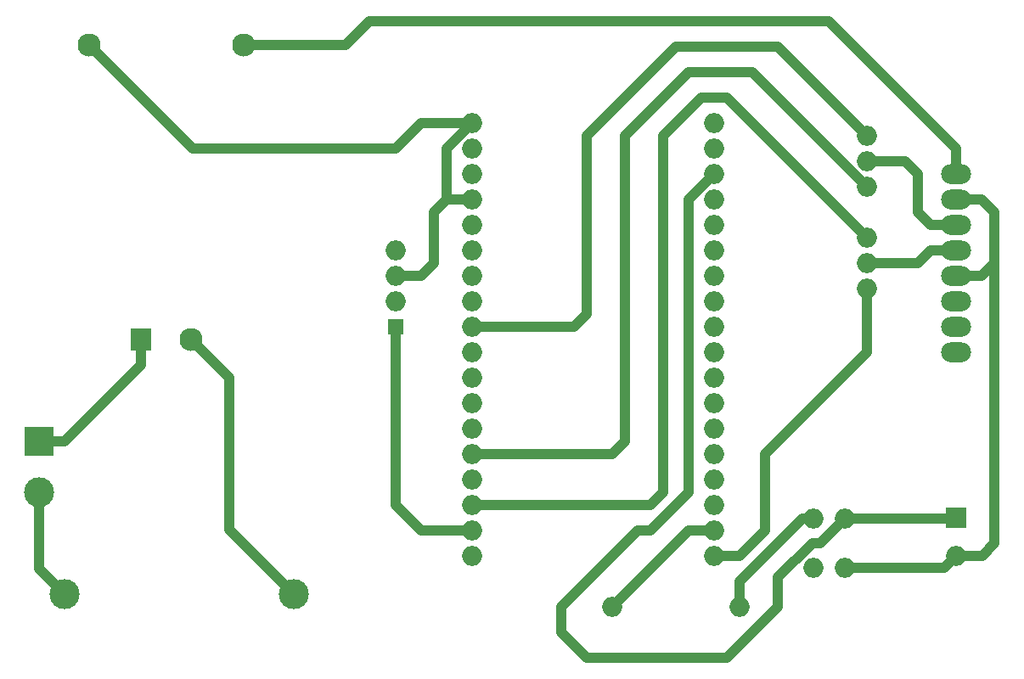
<source format=gbr>
G04 #@! TF.GenerationSoftware,KiCad,Pcbnew,(5.1.6)-1*
G04 #@! TF.CreationDate,2021-03-04T09:10:38+01:00*
G04 #@! TF.ProjectId,LoraV1,4c6f7261-5631-42e6-9b69-6361645f7063,rev?*
G04 #@! TF.SameCoordinates,Original*
G04 #@! TF.FileFunction,Copper,L2,Bot*
G04 #@! TF.FilePolarity,Positive*
%FSLAX46Y46*%
G04 Gerber Fmt 4.6, Leading zero omitted, Abs format (unit mm)*
G04 Created by KiCad (PCBNEW (5.1.6)-1) date 2021-03-04 09:10:38*
%MOMM*%
%LPD*%
G01*
G04 APERTURE LIST*
G04 #@! TA.AperFunction,ComponentPad*
%ADD10O,2.000000X2.000000*%
G04 #@! TD*
G04 #@! TA.AperFunction,ComponentPad*
%ADD11R,1.500000X1.500000*%
G04 #@! TD*
G04 #@! TA.AperFunction,ComponentPad*
%ADD12O,3.000000X2.000000*%
G04 #@! TD*
G04 #@! TA.AperFunction,ComponentPad*
%ADD13R,2.000000X2.000000*%
G04 #@! TD*
G04 #@! TA.AperFunction,ComponentPad*
%ADD14C,3.000000*%
G04 #@! TD*
G04 #@! TA.AperFunction,ComponentPad*
%ADD15C,2.300000*%
G04 #@! TD*
G04 #@! TA.AperFunction,ComponentPad*
%ADD16R,2.000000X2.300000*%
G04 #@! TD*
G04 #@! TA.AperFunction,ComponentPad*
%ADD17R,3.000000X3.000000*%
G04 #@! TD*
G04 #@! TA.AperFunction,Conductor*
%ADD18C,1.000000*%
G04 #@! TD*
G04 APERTURE END LIST*
D10*
G04 #@! TO.P,U3,4*
G04 #@! TO.N,N/C*
X149860000Y-86360000D03*
G04 #@! TO.P,U3,3*
G04 #@! TO.N,Net-(PS1-Pad3)*
X149860000Y-88900000D03*
G04 #@! TO.P,U3,2*
G04 #@! TO.N,Net-(U3-Pad2)*
X149860000Y-91440000D03*
D11*
G04 #@! TO.P,U3,1*
G04 #@! TO.N,Net-(U2-Pad17)*
X149860000Y-93980000D03*
G04 #@! TD*
D12*
G04 #@! TO.P,U4,1*
G04 #@! TO.N,Net-(PS1-Pad4)*
X205740000Y-78740000D03*
G04 #@! TO.P,U4,2*
G04 #@! TO.N,Net-(C1-Pad2)*
X205740000Y-81280000D03*
G04 #@! TO.P,U4,3*
G04 #@! TO.N,Net-(JP1-Pad2)*
X205740000Y-83820000D03*
G04 #@! TO.P,U4,4*
G04 #@! TO.N,Net-(JP2-Pad2)*
X205740000Y-86360000D03*
G04 #@! TO.P,U4,5*
G04 #@! TO.N,Net-(C1-Pad2)*
X205740000Y-88900000D03*
G04 #@! TO.P,U4,6*
G04 #@! TO.N,Net-(U4-Pad6)*
X205740000Y-91440000D03*
G04 #@! TO.P,U4,7*
G04 #@! TO.N,Net-(U4-Pad7)*
X205740000Y-93980000D03*
G04 #@! TO.P,U4,8*
G04 #@! TO.N,Net-(U4-Pad8)*
X205740000Y-96520000D03*
G04 #@! TD*
D10*
G04 #@! TO.P,D1,1*
G04 #@! TO.N,Net-(D1-Pad1)*
X191440000Y-118020000D03*
G04 #@! TO.P,D1,2*
G04 #@! TO.N,Net-(C1-Pad2)*
X194640000Y-118020000D03*
G04 #@! TO.P,D1,4*
G04 #@! TO.N,Net-(D1-Pad4)*
X191440000Y-113120000D03*
G04 #@! TO.P,D1,3*
G04 #@! TO.N,Net-(C1-Pad1)*
X194640000Y-113120000D03*
G04 #@! TD*
G04 #@! TO.P,JP1,3*
G04 #@! TO.N,Net-(JP1-Pad3)*
X196850000Y-80010000D03*
G04 #@! TO.P,JP1,2*
G04 #@! TO.N,Net-(JP1-Pad2)*
X196850000Y-77470000D03*
G04 #@! TO.P,JP1,1*
G04 #@! TO.N,Net-(JP1-Pad1)*
X196850000Y-74930000D03*
G04 #@! TD*
G04 #@! TO.P,JP2,1*
G04 #@! TO.N,Net-(JP2-Pad1)*
X196850000Y-90170000D03*
G04 #@! TO.P,JP2,2*
G04 #@! TO.N,Net-(JP2-Pad2)*
X196850000Y-87630000D03*
G04 #@! TO.P,JP2,3*
G04 #@! TO.N,Net-(JP2-Pad3)*
X196850000Y-85090000D03*
G04 #@! TD*
G04 #@! TO.P,R1,2*
G04 #@! TO.N,Net-(R1-Pad2)*
X171450000Y-121920000D03*
G04 #@! TO.P,R1,1*
G04 #@! TO.N,Net-(D1-Pad4)*
X184150000Y-121920000D03*
G04 #@! TD*
D13*
G04 #@! TO.P,C1,1*
G04 #@! TO.N,Net-(C1-Pad1)*
X205740000Y-113030000D03*
D10*
G04 #@! TO.P,C1,2*
G04 #@! TO.N,Net-(C1-Pad2)*
X205740000Y-116830000D03*
G04 #@! TD*
D14*
G04 #@! TO.P,F1,2*
G04 #@! TO.N,Net-(F1-Pad2)*
X116840000Y-120650000D03*
G04 #@! TO.P,F1,1*
G04 #@! TO.N,Net-(F1-Pad1)*
X139700000Y-120650000D03*
G04 #@! TD*
D15*
G04 #@! TO.P,PS1,3*
G04 #@! TO.N,Net-(PS1-Pad3)*
X119260000Y-65850000D03*
D16*
G04 #@! TO.P,PS1,1*
G04 #@! TO.N,Net-(J1-Pad1)*
X124460000Y-95250000D03*
D15*
G04 #@! TO.P,PS1,2*
G04 #@! TO.N,Net-(F1-Pad1)*
X129460000Y-95250000D03*
G04 #@! TO.P,PS1,4*
G04 #@! TO.N,Net-(PS1-Pad4)*
X134660000Y-65850000D03*
G04 #@! TD*
D10*
G04 #@! TO.P,U2,50*
G04 #@! TO.N,Net-(PS1-Pad3)*
X157480000Y-73660000D03*
G04 #@! TO.P,U2,99*
G04 #@! TO.N,Net-(U2-Pad99)*
X157480000Y-76200000D03*
G04 #@! TO.P,U2,51*
G04 #@! TO.N,Net-(C1-Pad1)*
X157480000Y-78740000D03*
G04 #@! TO.P,U2,50*
G04 #@! TO.N,Net-(PS1-Pad3)*
X157480000Y-81280000D03*
G04 #@! TO.P,U2,3*
G04 #@! TO.N,Net-(U2-Pad3)*
X157480000Y-83820000D03*
G04 #@! TO.P,U2,1*
G04 #@! TO.N,Net-(U2-Pad1)*
X157480000Y-86360000D03*
G04 #@! TO.P,U2,53*
G04 #@! TO.N,Net-(U2-Pad53)*
X157480000Y-88900000D03*
G04 #@! TO.P,U2,0*
G04 #@! TO.N,Net-(U2-Pad0)*
X157480000Y-91440000D03*
G04 #@! TO.P,U2,22*
G04 #@! TO.N,Net-(JP1-Pad1)*
X157480000Y-93980000D03*
G04 #@! TO.P,U2,19*
G04 #@! TO.N,Net-(U2-Pad19)*
X157480000Y-96520000D03*
G04 #@! TO.P,U2,23*
G04 #@! TO.N,Net-(U2-Pad23)*
X157480000Y-99060000D03*
G04 #@! TO.P,U2,18*
G04 #@! TO.N,Net-(U2-Pad18)*
X157480000Y-101600000D03*
G04 #@! TO.P,U2,5*
G04 #@! TO.N,Net-(U2-Pad5)*
X157480000Y-104140000D03*
G04 #@! TO.P,U2,15*
G04 #@! TO.N,Net-(JP1-Pad3)*
X157480000Y-106680000D03*
G04 #@! TO.P,U2,2*
G04 #@! TO.N,Net-(U2-Pad2)*
X157480000Y-109220000D03*
G04 #@! TO.P,U2,4*
G04 #@! TO.N,Net-(JP2-Pad3)*
X157480000Y-111760000D03*
G04 #@! TO.P,U2,17*
G04 #@! TO.N,Net-(U2-Pad17)*
X157480000Y-114300000D03*
G04 #@! TO.P,U2,16*
G04 #@! TO.N,Net-(U2-Pad16)*
X157480000Y-116840000D03*
G04 #@! TO.P,U2,21*
G04 #@! TO.N,Net-(JP2-Pad1)*
X181610000Y-116840000D03*
G04 #@! TO.P,U2,13*
G04 #@! TO.N,Net-(R1-Pad2)*
X181610000Y-114300000D03*
G04 #@! TO.P,U2,12*
G04 #@! TO.N,Net-(U2-Pad12)*
X181610000Y-111760000D03*
G04 #@! TO.P,U2,14*
G04 #@! TO.N,Net-(U2-Pad14)*
X181610000Y-109220000D03*
G04 #@! TO.P,U2,27*
G04 #@! TO.N,Net-(U2-Pad27)*
X181610000Y-106680000D03*
G04 #@! TO.P,U2,26*
G04 #@! TO.N,Net-(U2-Pad26)*
X181610000Y-104140000D03*
G04 #@! TO.P,U2,25*
G04 #@! TO.N,Net-(U2-Pad25)*
X181610000Y-101600000D03*
G04 #@! TO.P,U2,33*
G04 #@! TO.N,Net-(U2-Pad33)*
X181610000Y-99060000D03*
G04 #@! TO.P,U2,32*
G04 #@! TO.N,Net-(U2-Pad32)*
X181610000Y-96520000D03*
G04 #@! TO.P,U2,35*
G04 #@! TO.N,Net-(U2-Pad35)*
X181610000Y-93980000D03*
G04 #@! TO.P,U2,34*
G04 #@! TO.N,Net-(U2-Pad34)*
X181610000Y-91440000D03*
G04 #@! TO.P,U2,39*
G04 #@! TO.N,Net-(U2-Pad39)*
X181610000Y-88900000D03*
G04 #@! TO.P,U2,38*
G04 #@! TO.N,Net-(U2-Pad38)*
X181610000Y-86360000D03*
G04 #@! TO.P,U2,37*
G04 #@! TO.N,Net-(U2-Pad37)*
X181610000Y-83820000D03*
G04 #@! TO.P,U2,36*
G04 #@! TO.N,Net-(U2-Pad36)*
X181610000Y-81280000D03*
G04 #@! TO.P,U2,51*
G04 #@! TO.N,Net-(C1-Pad1)*
X181610000Y-78740000D03*
G04 #@! TO.P,U2,98*
G04 #@! TO.N,Net-(U2-Pad98)*
X181610000Y-76200000D03*
G04 #@! TO.P,U2,52*
G04 #@! TO.N,Net-(C1-Pad2)*
X181610000Y-73660000D03*
G04 #@! TD*
D17*
G04 #@! TO.P,J1,1*
G04 #@! TO.N,Net-(J1-Pad1)*
X114300000Y-105410000D03*
D14*
G04 #@! TO.P,J1,2*
G04 #@! TO.N,Net-(F1-Pad2)*
X114300000Y-110490000D03*
G04 #@! TD*
D18*
G04 #@! TO.N,Net-(J1-Pad1)*
X114300000Y-105410000D02*
X116840000Y-105410000D01*
X124460000Y-97790000D02*
X124460000Y-95250000D01*
X116840000Y-105410000D02*
X124460000Y-97790000D01*
G04 #@! TO.N,Net-(U2-Pad17)*
X149860000Y-93980000D02*
X149860000Y-111760000D01*
X149860000Y-111760000D02*
X152400000Y-114300000D01*
X153670000Y-114300000D02*
X157480000Y-114300000D01*
X152400000Y-114300000D02*
X153670000Y-114300000D01*
G04 #@! TO.N,Net-(D1-Pad4)*
X190410000Y-113120000D02*
X191440000Y-113120000D01*
X184150000Y-121920000D02*
X184150000Y-119380000D01*
X184150000Y-119380000D02*
X190410000Y-113120000D01*
G04 #@! TO.N,Net-(F1-Pad2)*
X114300000Y-118110000D02*
X116840000Y-120650000D01*
X114300000Y-110490000D02*
X114300000Y-118110000D01*
G04 #@! TO.N,Net-(F1-Pad1)*
X133270000Y-114220000D02*
X139700000Y-120650000D01*
X133270000Y-99060000D02*
X129460000Y-95250000D01*
X133270000Y-114220000D02*
X133270000Y-99060000D01*
G04 #@! TO.N,Net-(JP1-Pad1)*
X157480000Y-93956002D02*
X157480000Y-93980000D01*
X196850000Y-74930000D02*
X187960000Y-66040000D01*
X187960000Y-66040000D02*
X177800000Y-66040000D01*
X177800000Y-66040000D02*
X168910000Y-74930000D01*
X168910000Y-74930000D02*
X168910000Y-92710000D01*
X168910000Y-92710000D02*
X167640000Y-93980000D01*
X167640000Y-93980000D02*
X157480000Y-93980000D01*
G04 #@! TO.N,Net-(JP1-Pad2)*
X205740000Y-83820000D02*
X203200000Y-83820000D01*
X203200000Y-83820000D02*
X201930000Y-82550000D01*
X201930000Y-82550000D02*
X201930000Y-78740000D01*
X200660000Y-77470000D02*
X196850000Y-77470000D01*
X201930000Y-78740000D02*
X200660000Y-77470000D01*
G04 #@! TO.N,Net-(JP1-Pad3)*
X196850000Y-80010000D02*
X185420000Y-68580000D01*
X185420000Y-68580000D02*
X179070000Y-68580000D01*
X179070000Y-68580000D02*
X172720000Y-74930000D01*
X172720000Y-74930000D02*
X172720000Y-105410000D01*
X172720000Y-105410000D02*
X171450000Y-106680000D01*
X171450000Y-106680000D02*
X157480000Y-106680000D01*
G04 #@! TO.N,Net-(JP2-Pad3)*
X196850000Y-85090000D02*
X182880000Y-71120000D01*
X176530000Y-74930000D02*
X176530000Y-110490000D01*
X176530000Y-110490000D02*
X175260000Y-111760000D01*
X182880000Y-71120000D02*
X180340000Y-71120000D01*
X180340000Y-71120000D02*
X176530000Y-74930000D01*
X175260000Y-111760000D02*
X157480000Y-111760000D01*
G04 #@! TO.N,Net-(JP2-Pad2)*
X205740000Y-86360000D02*
X203200000Y-86360000D01*
X201930000Y-87630000D02*
X196850000Y-87630000D01*
X203200000Y-86360000D02*
X201930000Y-87630000D01*
G04 #@! TO.N,Net-(JP2-Pad1)*
X196850000Y-90170000D02*
X196850000Y-96520000D01*
X196850000Y-96520000D02*
X186690000Y-106680000D01*
X181610000Y-116840000D02*
X184150000Y-116840000D01*
X186690000Y-114300000D02*
X186690000Y-106680000D01*
X184150000Y-116840000D02*
X186690000Y-114300000D01*
G04 #@! TO.N,Net-(R1-Pad2)*
X171450000Y-121920000D02*
X179070000Y-114300000D01*
X179070000Y-114300000D02*
X181610000Y-114300000D01*
G04 #@! TO.N,Net-(C1-Pad1)*
X205650000Y-113120000D02*
X205740000Y-113030000D01*
X194640000Y-113120000D02*
X205650000Y-113120000D01*
X173990000Y-114300000D02*
X166370000Y-121920000D01*
X175260000Y-114300000D02*
X173990000Y-114300000D01*
X191373998Y-115570000D02*
X192190000Y-115570000D01*
X179070000Y-110490000D02*
X175260000Y-114300000D01*
X181610000Y-78740000D02*
X179070000Y-81280000D01*
X192190000Y-115570000D02*
X194640000Y-113120000D01*
X179070000Y-81280000D02*
X179070000Y-110490000D01*
X166370000Y-121920000D02*
X166370000Y-124460000D01*
X168910000Y-127000000D02*
X182880000Y-127000000D01*
X166370000Y-124460000D02*
X168910000Y-127000000D01*
X182880000Y-127000000D02*
X187960000Y-121920000D01*
X187960000Y-118983998D02*
X191373998Y-115570000D01*
X187960000Y-121920000D02*
X187960000Y-118983998D01*
G04 #@! TO.N,Net-(C1-Pad2)*
X204550000Y-118020000D02*
X205740000Y-116830000D01*
X205740000Y-81280000D02*
X208280000Y-81280000D01*
X208280000Y-81280000D02*
X209550000Y-82550000D01*
X208290000Y-116830000D02*
X205740000Y-116830000D01*
X209550000Y-115570000D02*
X208290000Y-116830000D01*
X208280000Y-88900000D02*
X209550000Y-87630000D01*
X205740000Y-88900000D02*
X208280000Y-88900000D01*
X209550000Y-82550000D02*
X209550000Y-87630000D01*
X209550000Y-87630000D02*
X209550000Y-115570000D01*
X194640000Y-118020000D02*
X204550000Y-118020000D01*
G04 #@! TO.N,Net-(PS1-Pad3)*
X149860000Y-76200000D02*
X152400000Y-73660000D01*
X152400000Y-73660000D02*
X156210000Y-73660000D01*
X156210000Y-73660000D02*
X157480000Y-73660000D01*
X149860000Y-88900000D02*
X152400000Y-88900000D01*
X152400000Y-88900000D02*
X153670000Y-87630000D01*
X153670000Y-87630000D02*
X153670000Y-82550000D01*
X154940000Y-81280000D02*
X157480000Y-81280000D01*
X153670000Y-82550000D02*
X154940000Y-81280000D01*
X154940000Y-76200000D02*
X157480000Y-73660000D01*
X154940000Y-81280000D02*
X154940000Y-76200000D01*
X129610000Y-76200000D02*
X149860000Y-76200000D01*
X119260000Y-65850000D02*
X129610000Y-76200000D01*
G04 #@! TO.N,Net-(PS1-Pad4)*
X147170000Y-63500000D02*
X193040000Y-63500000D01*
X205740000Y-76200000D02*
X205740000Y-78740000D01*
X193040000Y-63500000D02*
X205740000Y-76200000D01*
X144820000Y-65850000D02*
X147170000Y-63500000D01*
X134660000Y-65850000D02*
X144820000Y-65850000D01*
G04 #@! TD*
M02*

</source>
